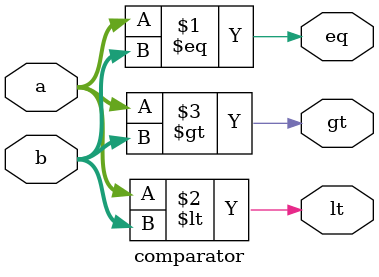
<source format=sv>
module comparator(
    input logic [19:0] a,
    input logic [19:0] b,
    output logic eq,  // Equal output
    output logic lt,  // Less than output
    output logic gt   // Greater than output
);

    // Check for equality comparison
    assign eq = (a == b);

    // Check for less than comparison
    assign lt = (a < b);

    // Check for greater than comparison
    assign gt = (a > b);

endmodule

</source>
